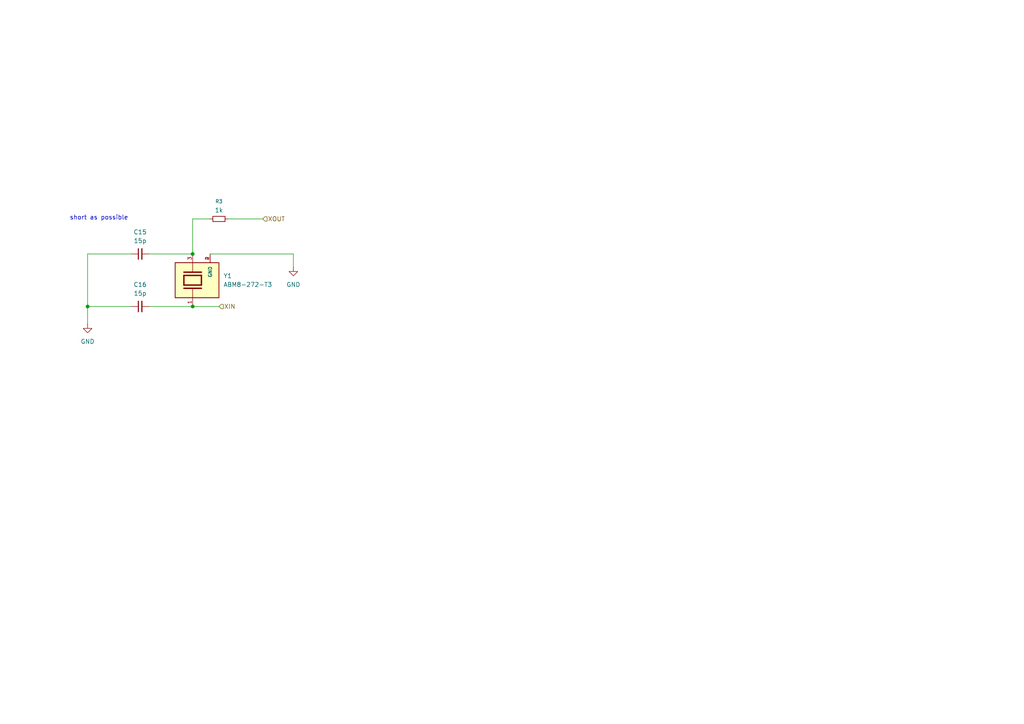
<source format=kicad_sch>
(kicad_sch (version 20250114) (generator "eeschema") (generator_version "9.0")
  (paper "A4")
  (lib_symbols
    (symbol "ABM8-272-T3:ABM8-272-T3" (pin_names (offset 1.016))
      (property "Reference" "Y" (at -5.0878 6.3559 0))
      (property "Value" "ABM8-272-T3" (at -5.0944 -10.16 0))
      (symbol "ABM8-272-T3_0_0"
        (polyline (pts (xy -5.08 0) (xy -2.54 0)) (stroke (width 0.1524)))
        (rectangle (start -5.08 -7.62) (end 5.08 5.08) (stroke (width 0.254)) (fill (type background)))
        (polyline (pts (xy -2.3368 2.54) (xy -2.3368 -2.54)) (stroke (width 0.4064)))
        (polyline (pts (xy -1.397 2.54) (xy -1.397 -2.54)) (stroke (width 0.4064)))
        (polyline (pts (xy -1.397 2.54) (xy 1.397 2.54)) (stroke (width 0.4064)))
        (polyline (pts (xy 1.397 2.54) (xy 1.397 -2.54)) (stroke (width 0.4064)))
        (polyline (pts (xy 1.397 -2.54) (xy -1.397 -2.54)) (stroke (width 0.4064)))
        (polyline (pts (xy 2.3368 2.54) (xy 2.3368 -2.54)) (stroke (width 0.4064)))
        (polyline (pts (xy 2.54 0) (xy 5.08 0)) (stroke (width 0.1524)))
        (pin passive line (at -7.62 0 0) (length 2.54) (name "~") (number "1"))
        (pin passive line (at 7.62 0 180) (length 2.54) (name "~") (number "3"))
        (pin power_in line (at 7.62 -5.08 180) (length 2.54) (name "GND") (number "2"))
        (pin power_in line (at 7.62 -5.08 180) (length 2.54) (name "GND") (number "4"))
      )
    )
    (symbol "Device:C_Small" (pin_numbers (hide yes)) (pin_names (offset 0.254) (hide yes))
      (property "Reference" "C" (at 0.254 1.778 0))
      (property "Value" "C_Small" (at 0.254 -2.032 0))
      (symbol "C_Small_0_1"
        (polyline (pts (xy -1.524 0.508) (xy 1.524 0.508)) (stroke (width 0.3048)))
        (polyline (pts (xy -1.524 -0.508) (xy 1.524 -0.508)) (stroke (width 0.3302)))
      )
      (symbol "C_Small_1_1"
        (pin passive line (at 0 2.54 270) (length 2.032) (name "~") (number "1"))
        (pin passive line (at 0 -2.54 90) (length 2.032) (name "~") (number "2"))
      )
    )
    (symbol "Device:R_Small" (pin_numbers (hide yes)) (pin_names (offset 0.254) (hide yes))
      (property "Reference" "R" (at 0 0 90))
      (property "Value" "R_Small" (at 1.778 0 90))
      (symbol "R_Small_0_1"
        (rectangle (start -0.762 1.778) (end 0.762 -1.778) (stroke (width 0.2032)))
      )
      (symbol "R_Small_1_1"
        (pin passive line (at 0 2.54 270) (length 0.762) (name "~") (number "1"))
        (pin passive line (at 0 -2.54 90) (length 0.762) (name "~") (number "2"))
      )
    )
    (symbol "power:GND" (power) (pin_numbers (hide yes)) (pin_names (offset 0) (hide yes))
      (property "Value" "GND" (at 0 -3.81 0))
      (symbol "GND_0_1"
        (polyline (pts (xy 0 0) (xy 0 -1.27) (xy 1.27 -1.27) (xy 0 -2.54) (xy -1.27 -1.27) (xy 0 -1.27)))
      )
      (symbol "GND_1_1"
        (pin power_in line (at 0 0 270) (length 0) (name "~") (number "1"))
      )
    )
  )
  (text "short as possible\n" (at 28.702 63.246 0) (effects (font (size 1.27 1.27))))
  (junction (at 25.4 88.9))
  (junction (at 55.88 73.66))
  (junction (at 55.88 88.9))
  (wire (pts (xy 43.18 73.66) (xy 55.88 73.66)))
  (wire (pts (xy 60.96 73.66) (xy 85.09 73.66)))
  (wire (pts (xy 25.4 88.9) (xy 25.4 93.98)))
  (wire (pts (xy 85.09 73.66) (xy 85.09 77.47)))
  (wire (pts (xy 38.1 73.66) (xy 25.4 73.66)))
  (wire (pts (xy 55.88 63.5) (xy 55.88 73.66)))
  (wire (pts (xy 43.18 88.9) (xy 55.88 88.9)))
  (wire (pts (xy 55.88 88.9) (xy 63.5 88.9)))
  (wire (pts (xy 66.04 63.5) (xy 76.2 63.5)))
  (wire (pts (xy 38.1 88.9) (xy 25.4 88.9)))
  (wire (pts (xy 25.4 73.66) (xy 25.4 88.9)))
  (wire (pts (xy 60.96 63.5) (xy 55.88 63.5)))
  (hierarchical_label "XIN" (shape input) (at 63.5 88.9 0))
  (hierarchical_label "XOUT" (shape input) (at 76.2 63.5 0))
  (symbol (lib_id "power:GND") (at 25.4 93.98 0) (unit 1)
    (property "Reference" "#PWR020" (effects (hide yes)))
    (property "Value" "GND" (at 25.4 99.06 0))
    (property "Description" "Power symbol creates a global label with name \"GND\" , ground" (effects (hide yes)))
  )
  (symbol (lib_id "power:GND") (at 85.09 77.47 0) (unit 1)
    (property "Reference" "#PWR019" (effects (hide yes)))
    (property "Value" "GND" (at 85.09 82.55 0))
    (property "Description" "Power symbol creates a global label with name \"GND\" , ground" (effects (hide yes)))
  )
  (symbol (lib_id "Device:C_Small") (at 40.64 88.9 90) (unit 1)
    (property "Reference" "C16" (at 40.6463 82.55 90))
    (property "Value" "15p" (at 40.6463 85.09 90))
    (property "Description" "Unpolarized capacitor, small symbol" (effects (hide yes)))
  )
  (symbol (lib_id "Device:R_Small") (at 63.5 63.5 270) (unit 1)
    (property "Reference" "R3" (at 63.5 58.42 90) (effects (font (size 1.016 1.016))))
    (property "Value" "1k" (at 63.5 60.96 90))
    (property "Description" "Resistor, small symbol" (effects (hide yes)))
  )
  (symbol (lib_id "ABM8-272-T3:ABM8-272-T3") (at 55.88 81.28 90) (unit 1)
    (property "Reference" "Y1" (at 64.77 80.0099 90) (effects (justify right)))
    (property "Value" "ABM8-272-T3" (at 64.77 82.5499 90) (effects (justify right)))
    (property "Footprint" "ABM8-272-T3:XTAL_ABM8-272-T3" (effects (hide yes)))
    (property "MF" "ABRACON" (effects (hide yes)))
    (property "MAXIMUM_PACKAGE_HEIGHT" "0.8mm" (effects (hide yes)))
    (property "CREATOR" "DIZAR" (effects (hide yes)))
    (property "Price" "None" (effects (hide yes)))
    (property "Package" "NON-STANDARD-4 Abracon" (effects (hide yes)))
    (property "Check_prices" "https://www.snapeda.com/parts/ABM8-272-T3/Abracon/view-part/?ref=eda" (effects (hide yes)))
    (property "STANDARD" "Manufacturer Recommendations" (effects (hide yes)))
    (property "PARTREV" "07-29-20" (effects (hide yes)))
    (property "SnapEDA_Link" "https://www.snapeda.com/parts/ABM8-272-T3/Abracon/view-part/?ref=snap" (effects (hide yes)))
    (property "MP" "ABM8-272-T3" (effects (hide yes)))
    (property "Description_1" "12 MHz ±30ppm Crystal 10pF 50 Ohms 4-SMD, No Lead" (effects (hide yes)))
    (property "Availability" "In Stock" (effects (hide yes)))
    (property "MANUFACTURER" "ABRACON" (effects (hide yes)))
  )
  (symbol (lib_id "Device:C_Small") (at 40.64 73.66 90) (unit 1)
    (property "Reference" "C15" (at 40.6463 67.31 90))
    (property "Value" "15p" (at 40.6463 69.85 90))
    (property "Description" "Unpolarized capacitor, small symbol" (effects (hide yes)))
  )
)
</source>
